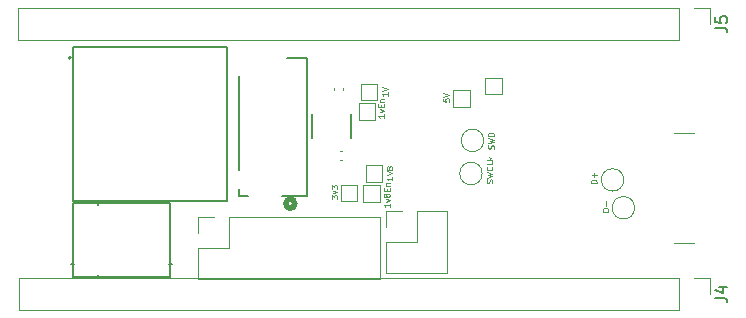
<source format=gbr>
%TF.GenerationSoftware,KiCad,Pcbnew,8.0.6*%
%TF.CreationDate,2024-12-01T18:19:07-08:00*%
%TF.ProjectId,SYNC-VT,53594e43-2d56-4542-9e6b-696361645f70,rev?*%
%TF.SameCoordinates,Original*%
%TF.FileFunction,Legend,Top*%
%TF.FilePolarity,Positive*%
%FSLAX46Y46*%
G04 Gerber Fmt 4.6, Leading zero omitted, Abs format (unit mm)*
G04 Created by KiCad (PCBNEW 8.0.6) date 2024-12-01 18:19:07*
%MOMM*%
%LPD*%
G01*
G04 APERTURE LIST*
%ADD10C,0.100000*%
%ADD11C,0.150000*%
%ADD12C,0.120000*%
%ADD13C,0.127000*%
%ADD14C,0.200000*%
%ADD15C,0.152400*%
%ADD16C,0.508000*%
G04 APERTURE END LIST*
D10*
X119883609Y-45563258D02*
X119883609Y-45848972D01*
X119883609Y-45706115D02*
X119383609Y-45706115D01*
X119383609Y-45706115D02*
X119455038Y-45753734D01*
X119455038Y-45753734D02*
X119502657Y-45801353D01*
X119502657Y-45801353D02*
X119526466Y-45848972D01*
X119550276Y-45396592D02*
X119883609Y-45277544D01*
X119883609Y-45277544D02*
X119550276Y-45158497D01*
X119621704Y-44968021D02*
X119621704Y-44801354D01*
X119883609Y-44729926D02*
X119883609Y-44968021D01*
X119883609Y-44968021D02*
X119383609Y-44968021D01*
X119383609Y-44968021D02*
X119383609Y-44729926D01*
X119550276Y-44515640D02*
X119883609Y-44515640D01*
X119597895Y-44515640D02*
X119574085Y-44491830D01*
X119574085Y-44491830D02*
X119550276Y-44444211D01*
X119550276Y-44444211D02*
X119550276Y-44372783D01*
X119550276Y-44372783D02*
X119574085Y-44325164D01*
X119574085Y-44325164D02*
X119621704Y-44301354D01*
X119621704Y-44301354D02*
X119883609Y-44301354D01*
X137893609Y-51415163D02*
X137393609Y-51415163D01*
X137393609Y-51415163D02*
X137393609Y-51296115D01*
X137393609Y-51296115D02*
X137417419Y-51224687D01*
X137417419Y-51224687D02*
X137465038Y-51177068D01*
X137465038Y-51177068D02*
X137512657Y-51153258D01*
X137512657Y-51153258D02*
X137607895Y-51129449D01*
X137607895Y-51129449D02*
X137679323Y-51129449D01*
X137679323Y-51129449D02*
X137774561Y-51153258D01*
X137774561Y-51153258D02*
X137822180Y-51177068D01*
X137822180Y-51177068D02*
X137869800Y-51224687D01*
X137869800Y-51224687D02*
X137893609Y-51296115D01*
X137893609Y-51296115D02*
X137893609Y-51415163D01*
X137703133Y-50915163D02*
X137703133Y-50534211D01*
X137893609Y-50724687D02*
X137512657Y-50724687D01*
X124903609Y-44247068D02*
X124903609Y-44485163D01*
X124903609Y-44485163D02*
X125141704Y-44508972D01*
X125141704Y-44508972D02*
X125117895Y-44485163D01*
X125117895Y-44485163D02*
X125094085Y-44437544D01*
X125094085Y-44437544D02*
X125094085Y-44318496D01*
X125094085Y-44318496D02*
X125117895Y-44270877D01*
X125117895Y-44270877D02*
X125141704Y-44247068D01*
X125141704Y-44247068D02*
X125189323Y-44223258D01*
X125189323Y-44223258D02*
X125308371Y-44223258D01*
X125308371Y-44223258D02*
X125355990Y-44247068D01*
X125355990Y-44247068D02*
X125379800Y-44270877D01*
X125379800Y-44270877D02*
X125403609Y-44318496D01*
X125403609Y-44318496D02*
X125403609Y-44437544D01*
X125403609Y-44437544D02*
X125379800Y-44485163D01*
X125379800Y-44485163D02*
X125355990Y-44508972D01*
X124903609Y-44080401D02*
X125403609Y-43913735D01*
X125403609Y-43913735D02*
X124903609Y-43747068D01*
X120603609Y-50893258D02*
X120603609Y-51178972D01*
X120603609Y-51036115D02*
X120103609Y-51036115D01*
X120103609Y-51036115D02*
X120175038Y-51083734D01*
X120175038Y-51083734D02*
X120222657Y-51131353D01*
X120222657Y-51131353D02*
X120246466Y-51178972D01*
X120103609Y-50750401D02*
X120603609Y-50583735D01*
X120603609Y-50583735D02*
X120103609Y-50417068D01*
X120317895Y-50178973D02*
X120294085Y-50226592D01*
X120294085Y-50226592D02*
X120270276Y-50250402D01*
X120270276Y-50250402D02*
X120222657Y-50274211D01*
X120222657Y-50274211D02*
X120198847Y-50274211D01*
X120198847Y-50274211D02*
X120151228Y-50250402D01*
X120151228Y-50250402D02*
X120127419Y-50226592D01*
X120127419Y-50226592D02*
X120103609Y-50178973D01*
X120103609Y-50178973D02*
X120103609Y-50083735D01*
X120103609Y-50083735D02*
X120127419Y-50036116D01*
X120127419Y-50036116D02*
X120151228Y-50012307D01*
X120151228Y-50012307D02*
X120198847Y-49988497D01*
X120198847Y-49988497D02*
X120222657Y-49988497D01*
X120222657Y-49988497D02*
X120270276Y-50012307D01*
X120270276Y-50012307D02*
X120294085Y-50036116D01*
X120294085Y-50036116D02*
X120317895Y-50083735D01*
X120317895Y-50083735D02*
X120317895Y-50178973D01*
X120317895Y-50178973D02*
X120341704Y-50226592D01*
X120341704Y-50226592D02*
X120365514Y-50250402D01*
X120365514Y-50250402D02*
X120413133Y-50274211D01*
X120413133Y-50274211D02*
X120508371Y-50274211D01*
X120508371Y-50274211D02*
X120555990Y-50250402D01*
X120555990Y-50250402D02*
X120579800Y-50226592D01*
X120579800Y-50226592D02*
X120603609Y-50178973D01*
X120603609Y-50178973D02*
X120603609Y-50083735D01*
X120603609Y-50083735D02*
X120579800Y-50036116D01*
X120579800Y-50036116D02*
X120555990Y-50012307D01*
X120555990Y-50012307D02*
X120508371Y-49988497D01*
X120508371Y-49988497D02*
X120413133Y-49988497D01*
X120413133Y-49988497D02*
X120365514Y-50012307D01*
X120365514Y-50012307D02*
X120341704Y-50036116D01*
X120341704Y-50036116D02*
X120317895Y-50083735D01*
X115443609Y-52752782D02*
X115443609Y-52443258D01*
X115443609Y-52443258D02*
X115634085Y-52609925D01*
X115634085Y-52609925D02*
X115634085Y-52538496D01*
X115634085Y-52538496D02*
X115657895Y-52490877D01*
X115657895Y-52490877D02*
X115681704Y-52467068D01*
X115681704Y-52467068D02*
X115729323Y-52443258D01*
X115729323Y-52443258D02*
X115848371Y-52443258D01*
X115848371Y-52443258D02*
X115895990Y-52467068D01*
X115895990Y-52467068D02*
X115919800Y-52490877D01*
X115919800Y-52490877D02*
X115943609Y-52538496D01*
X115943609Y-52538496D02*
X115943609Y-52681353D01*
X115943609Y-52681353D02*
X115919800Y-52728972D01*
X115919800Y-52728972D02*
X115895990Y-52752782D01*
X115610276Y-52276592D02*
X115943609Y-52157544D01*
X115943609Y-52157544D02*
X115610276Y-52038497D01*
X115443609Y-51895640D02*
X115443609Y-51586116D01*
X115443609Y-51586116D02*
X115634085Y-51752783D01*
X115634085Y-51752783D02*
X115634085Y-51681354D01*
X115634085Y-51681354D02*
X115657895Y-51633735D01*
X115657895Y-51633735D02*
X115681704Y-51609926D01*
X115681704Y-51609926D02*
X115729323Y-51586116D01*
X115729323Y-51586116D02*
X115848371Y-51586116D01*
X115848371Y-51586116D02*
X115895990Y-51609926D01*
X115895990Y-51609926D02*
X115919800Y-51633735D01*
X115919800Y-51633735D02*
X115943609Y-51681354D01*
X115943609Y-51681354D02*
X115943609Y-51824211D01*
X115943609Y-51824211D02*
X115919800Y-51871830D01*
X115919800Y-51871830D02*
X115895990Y-51895640D01*
X120193609Y-43723258D02*
X120193609Y-44008972D01*
X120193609Y-43866115D02*
X119693609Y-43866115D01*
X119693609Y-43866115D02*
X119765038Y-43913734D01*
X119765038Y-43913734D02*
X119812657Y-43961353D01*
X119812657Y-43961353D02*
X119836466Y-44008972D01*
X119693609Y-43580401D02*
X120193609Y-43413735D01*
X120193609Y-43413735D02*
X119693609Y-43247068D01*
X120363609Y-53143258D02*
X120363609Y-53428972D01*
X120363609Y-53286115D02*
X119863609Y-53286115D01*
X119863609Y-53286115D02*
X119935038Y-53333734D01*
X119935038Y-53333734D02*
X119982657Y-53381353D01*
X119982657Y-53381353D02*
X120006466Y-53428972D01*
X120030276Y-52976592D02*
X120363609Y-52857544D01*
X120363609Y-52857544D02*
X120030276Y-52738497D01*
X120077895Y-52476592D02*
X120054085Y-52524211D01*
X120054085Y-52524211D02*
X120030276Y-52548021D01*
X120030276Y-52548021D02*
X119982657Y-52571830D01*
X119982657Y-52571830D02*
X119958847Y-52571830D01*
X119958847Y-52571830D02*
X119911228Y-52548021D01*
X119911228Y-52548021D02*
X119887419Y-52524211D01*
X119887419Y-52524211D02*
X119863609Y-52476592D01*
X119863609Y-52476592D02*
X119863609Y-52381354D01*
X119863609Y-52381354D02*
X119887419Y-52333735D01*
X119887419Y-52333735D02*
X119911228Y-52309926D01*
X119911228Y-52309926D02*
X119958847Y-52286116D01*
X119958847Y-52286116D02*
X119982657Y-52286116D01*
X119982657Y-52286116D02*
X120030276Y-52309926D01*
X120030276Y-52309926D02*
X120054085Y-52333735D01*
X120054085Y-52333735D02*
X120077895Y-52381354D01*
X120077895Y-52381354D02*
X120077895Y-52476592D01*
X120077895Y-52476592D02*
X120101704Y-52524211D01*
X120101704Y-52524211D02*
X120125514Y-52548021D01*
X120125514Y-52548021D02*
X120173133Y-52571830D01*
X120173133Y-52571830D02*
X120268371Y-52571830D01*
X120268371Y-52571830D02*
X120315990Y-52548021D01*
X120315990Y-52548021D02*
X120339800Y-52524211D01*
X120339800Y-52524211D02*
X120363609Y-52476592D01*
X120363609Y-52476592D02*
X120363609Y-52381354D01*
X120363609Y-52381354D02*
X120339800Y-52333735D01*
X120339800Y-52333735D02*
X120315990Y-52309926D01*
X120315990Y-52309926D02*
X120268371Y-52286116D01*
X120268371Y-52286116D02*
X120173133Y-52286116D01*
X120173133Y-52286116D02*
X120125514Y-52309926D01*
X120125514Y-52309926D02*
X120101704Y-52333735D01*
X120101704Y-52333735D02*
X120077895Y-52381354D01*
X120101704Y-52071831D02*
X120101704Y-51905164D01*
X120363609Y-51833736D02*
X120363609Y-52071831D01*
X120363609Y-52071831D02*
X119863609Y-52071831D01*
X119863609Y-52071831D02*
X119863609Y-51833736D01*
X120030276Y-51619450D02*
X120363609Y-51619450D01*
X120077895Y-51619450D02*
X120054085Y-51595640D01*
X120054085Y-51595640D02*
X120030276Y-51548021D01*
X120030276Y-51548021D02*
X120030276Y-51476593D01*
X120030276Y-51476593D02*
X120054085Y-51428974D01*
X120054085Y-51428974D02*
X120101704Y-51405164D01*
X120101704Y-51405164D02*
X120363609Y-51405164D01*
X138893609Y-53805163D02*
X138393609Y-53805163D01*
X138393609Y-53805163D02*
X138393609Y-53686115D01*
X138393609Y-53686115D02*
X138417419Y-53614687D01*
X138417419Y-53614687D02*
X138465038Y-53567068D01*
X138465038Y-53567068D02*
X138512657Y-53543258D01*
X138512657Y-53543258D02*
X138607895Y-53519449D01*
X138607895Y-53519449D02*
X138679323Y-53519449D01*
X138679323Y-53519449D02*
X138774561Y-53543258D01*
X138774561Y-53543258D02*
X138822180Y-53567068D01*
X138822180Y-53567068D02*
X138869800Y-53614687D01*
X138869800Y-53614687D02*
X138893609Y-53686115D01*
X138893609Y-53686115D02*
X138893609Y-53805163D01*
X138703133Y-53305163D02*
X138703133Y-52924211D01*
X129179800Y-48488972D02*
X129203609Y-48417544D01*
X129203609Y-48417544D02*
X129203609Y-48298496D01*
X129203609Y-48298496D02*
X129179800Y-48250877D01*
X129179800Y-48250877D02*
X129155990Y-48227068D01*
X129155990Y-48227068D02*
X129108371Y-48203258D01*
X129108371Y-48203258D02*
X129060752Y-48203258D01*
X129060752Y-48203258D02*
X129013133Y-48227068D01*
X129013133Y-48227068D02*
X128989323Y-48250877D01*
X128989323Y-48250877D02*
X128965514Y-48298496D01*
X128965514Y-48298496D02*
X128941704Y-48393734D01*
X128941704Y-48393734D02*
X128917895Y-48441353D01*
X128917895Y-48441353D02*
X128894085Y-48465163D01*
X128894085Y-48465163D02*
X128846466Y-48488972D01*
X128846466Y-48488972D02*
X128798847Y-48488972D01*
X128798847Y-48488972D02*
X128751228Y-48465163D01*
X128751228Y-48465163D02*
X128727419Y-48441353D01*
X128727419Y-48441353D02*
X128703609Y-48393734D01*
X128703609Y-48393734D02*
X128703609Y-48274687D01*
X128703609Y-48274687D02*
X128727419Y-48203258D01*
X128703609Y-48036592D02*
X129203609Y-47917544D01*
X129203609Y-47917544D02*
X128846466Y-47822306D01*
X128846466Y-47822306D02*
X129203609Y-47727068D01*
X129203609Y-47727068D02*
X128703609Y-47608021D01*
X129203609Y-47417544D02*
X128703609Y-47417544D01*
X128703609Y-47417544D02*
X128703609Y-47298496D01*
X128703609Y-47298496D02*
X128727419Y-47227068D01*
X128727419Y-47227068D02*
X128775038Y-47179449D01*
X128775038Y-47179449D02*
X128822657Y-47155639D01*
X128822657Y-47155639D02*
X128917895Y-47131830D01*
X128917895Y-47131830D02*
X128989323Y-47131830D01*
X128989323Y-47131830D02*
X129084561Y-47155639D01*
X129084561Y-47155639D02*
X129132180Y-47179449D01*
X129132180Y-47179449D02*
X129179800Y-47227068D01*
X129179800Y-47227068D02*
X129203609Y-47298496D01*
X129203609Y-47298496D02*
X129203609Y-47417544D01*
X129049800Y-51378972D02*
X129073609Y-51307544D01*
X129073609Y-51307544D02*
X129073609Y-51188496D01*
X129073609Y-51188496D02*
X129049800Y-51140877D01*
X129049800Y-51140877D02*
X129025990Y-51117068D01*
X129025990Y-51117068D02*
X128978371Y-51093258D01*
X128978371Y-51093258D02*
X128930752Y-51093258D01*
X128930752Y-51093258D02*
X128883133Y-51117068D01*
X128883133Y-51117068D02*
X128859323Y-51140877D01*
X128859323Y-51140877D02*
X128835514Y-51188496D01*
X128835514Y-51188496D02*
X128811704Y-51283734D01*
X128811704Y-51283734D02*
X128787895Y-51331353D01*
X128787895Y-51331353D02*
X128764085Y-51355163D01*
X128764085Y-51355163D02*
X128716466Y-51378972D01*
X128716466Y-51378972D02*
X128668847Y-51378972D01*
X128668847Y-51378972D02*
X128621228Y-51355163D01*
X128621228Y-51355163D02*
X128597419Y-51331353D01*
X128597419Y-51331353D02*
X128573609Y-51283734D01*
X128573609Y-51283734D02*
X128573609Y-51164687D01*
X128573609Y-51164687D02*
X128597419Y-51093258D01*
X128573609Y-50926592D02*
X129073609Y-50807544D01*
X129073609Y-50807544D02*
X128716466Y-50712306D01*
X128716466Y-50712306D02*
X129073609Y-50617068D01*
X129073609Y-50617068D02*
X128573609Y-50498021D01*
X129025990Y-50021830D02*
X129049800Y-50045639D01*
X129049800Y-50045639D02*
X129073609Y-50117068D01*
X129073609Y-50117068D02*
X129073609Y-50164687D01*
X129073609Y-50164687D02*
X129049800Y-50236115D01*
X129049800Y-50236115D02*
X129002180Y-50283734D01*
X129002180Y-50283734D02*
X128954561Y-50307544D01*
X128954561Y-50307544D02*
X128859323Y-50331353D01*
X128859323Y-50331353D02*
X128787895Y-50331353D01*
X128787895Y-50331353D02*
X128692657Y-50307544D01*
X128692657Y-50307544D02*
X128645038Y-50283734D01*
X128645038Y-50283734D02*
X128597419Y-50236115D01*
X128597419Y-50236115D02*
X128573609Y-50164687D01*
X128573609Y-50164687D02*
X128573609Y-50117068D01*
X128573609Y-50117068D02*
X128597419Y-50045639D01*
X128597419Y-50045639D02*
X128621228Y-50021830D01*
X129073609Y-49569449D02*
X129073609Y-49807544D01*
X129073609Y-49807544D02*
X128573609Y-49807544D01*
X129073609Y-49402782D02*
X128573609Y-49402782D01*
X128883133Y-49355163D02*
X129073609Y-49212306D01*
X128740276Y-49212306D02*
X128930752Y-49402782D01*
D11*
X147934819Y-38253333D02*
X148649104Y-38253333D01*
X148649104Y-38253333D02*
X148791961Y-38300952D01*
X148791961Y-38300952D02*
X148887200Y-38396190D01*
X148887200Y-38396190D02*
X148934819Y-38539047D01*
X148934819Y-38539047D02*
X148934819Y-38634285D01*
X147934819Y-37300952D02*
X147934819Y-37777142D01*
X147934819Y-37777142D02*
X148411009Y-37824761D01*
X148411009Y-37824761D02*
X148363390Y-37777142D01*
X148363390Y-37777142D02*
X148315771Y-37681904D01*
X148315771Y-37681904D02*
X148315771Y-37443809D01*
X148315771Y-37443809D02*
X148363390Y-37348571D01*
X148363390Y-37348571D02*
X148411009Y-37300952D01*
X148411009Y-37300952D02*
X148506247Y-37253333D01*
X148506247Y-37253333D02*
X148744342Y-37253333D01*
X148744342Y-37253333D02*
X148839580Y-37300952D01*
X148839580Y-37300952D02*
X148887200Y-37348571D01*
X148887200Y-37348571D02*
X148934819Y-37443809D01*
X148934819Y-37443809D02*
X148934819Y-37681904D01*
X148934819Y-37681904D02*
X148887200Y-37777142D01*
X148887200Y-37777142D02*
X148839580Y-37824761D01*
X147944819Y-61123333D02*
X148659104Y-61123333D01*
X148659104Y-61123333D02*
X148801961Y-61170952D01*
X148801961Y-61170952D02*
X148897200Y-61266190D01*
X148897200Y-61266190D02*
X148944819Y-61409047D01*
X148944819Y-61409047D02*
X148944819Y-61504285D01*
X148278152Y-60218571D02*
X148944819Y-60218571D01*
X147897200Y-60456666D02*
X148611485Y-60694761D01*
X148611485Y-60694761D02*
X148611485Y-60075714D01*
D12*
%TO.C,J5*%
X88940000Y-36590000D02*
X88940000Y-39250000D01*
X144880000Y-36590000D02*
X88940000Y-36590000D01*
X144880000Y-36590000D02*
X144880000Y-39250000D01*
X144880000Y-39250000D02*
X88940000Y-39250000D01*
X146150000Y-36590000D02*
X147480000Y-36590000D01*
X147480000Y-36590000D02*
X147480000Y-37920000D01*
%TO.C,R9*%
X115690002Y-43545136D02*
X115690002Y-43329464D01*
X116410002Y-43545136D02*
X116410002Y-43329464D01*
%TO.C,J6*%
X120040000Y-53800000D02*
X121370000Y-53800000D01*
X120040000Y-55130000D02*
X120040000Y-53800000D01*
X120040000Y-56400000D02*
X122640000Y-56400000D01*
X120040000Y-59000000D02*
X120040000Y-56400000D01*
X120040000Y-59000000D02*
X125240000Y-59000000D01*
X122640000Y-53800000D02*
X125240000Y-53800000D01*
X122640000Y-56400000D02*
X122640000Y-53800000D01*
X125240000Y-59000000D02*
X125240000Y-53800000D01*
%TO.C,TP9*%
X128330000Y-47790000D02*
G75*
G02*
X126430000Y-47790000I-950000J0D01*
G01*
X126430000Y-47790000D02*
G75*
G02*
X128330000Y-47790000I950000J0D01*
G01*
%TO.C,TP4*%
X118340000Y-49910000D02*
X119740000Y-49910000D01*
X118340000Y-51310000D02*
X118340000Y-49910000D01*
X119740000Y-49910000D02*
X119740000Y-51310000D01*
X119740000Y-51310000D02*
X118340000Y-51310000D01*
%TO.C,J4*%
X88950000Y-59460000D02*
X88950000Y-62120000D01*
X144890000Y-59460000D02*
X88950000Y-59460000D01*
X144890000Y-59460000D02*
X144890000Y-62120000D01*
X144890000Y-62120000D02*
X88950000Y-62120000D01*
X146160000Y-59460000D02*
X147490000Y-59460000D01*
X147490000Y-59460000D02*
X147490000Y-60790000D01*
D13*
%TO.C,U3*%
X93590000Y-39890000D02*
X106590000Y-39890000D01*
X93590000Y-52890000D02*
X93590000Y-39890000D01*
X106590000Y-39890000D02*
X106590000Y-52890000D01*
X106590000Y-52890000D02*
X93590000Y-52890000D01*
D14*
X93371000Y-40790000D02*
G75*
G02*
X93171000Y-40790000I-100000J0D01*
G01*
X93171000Y-40790000D02*
G75*
G02*
X93371000Y-40790000I100000J0D01*
G01*
D12*
%TO.C,R7*%
X116337838Y-48707300D02*
X116122166Y-48707300D01*
X116337838Y-49427300D02*
X116122166Y-49427300D01*
%TO.C,TP11*%
X128450000Y-42470000D02*
X129850000Y-42470000D01*
X128450000Y-43870000D02*
X128450000Y-42470000D01*
X129850000Y-42470000D02*
X129850000Y-43870000D01*
X129850000Y-43870000D02*
X128450000Y-43870000D01*
%TO.C,TP5*%
X117900000Y-42970000D02*
X119300000Y-42970000D01*
X117900000Y-44370000D02*
X117900000Y-42970000D01*
X119300000Y-42970000D02*
X119300000Y-44370000D01*
X119300000Y-44370000D02*
X117900000Y-44370000D01*
%TO.C,TP7*%
X141108750Y-53490000D02*
G75*
G02*
X139208750Y-53490000I-950000J0D01*
G01*
X139208750Y-53490000D02*
G75*
G02*
X141108750Y-53490000I950000J0D01*
G01*
%TO.C,TP2*%
X117740000Y-44650000D02*
X119140000Y-44650000D01*
X117740000Y-46050000D02*
X117740000Y-44650000D01*
X119140000Y-44650000D02*
X119140000Y-46050000D01*
X119140000Y-46050000D02*
X117740000Y-46050000D01*
D15*
%TO.C,U6*%
X107637101Y-50331860D02*
X107637101Y-42304229D01*
X107637101Y-52509300D02*
X107637101Y-51937140D01*
X108333554Y-52509300D02*
X107637101Y-52509300D01*
X111698633Y-40850700D02*
X113402900Y-40850700D01*
X113402900Y-40850700D02*
X113402900Y-52509300D01*
X113402900Y-52509300D02*
X111258635Y-52509300D01*
D16*
X112334900Y-53144300D02*
G75*
G02*
X111572900Y-53144300I-381000J0D01*
G01*
X111572900Y-53144300D02*
G75*
G02*
X112334900Y-53144300I381000J0D01*
G01*
D12*
%TO.C,TP1*%
X118120000Y-51560000D02*
X119520000Y-51560000D01*
X118120000Y-52960000D02*
X118120000Y-51560000D01*
X119520000Y-51560000D02*
X119520000Y-52960000D01*
X119520000Y-52960000D02*
X118120000Y-52960000D01*
%TO.C,TP6*%
X140188750Y-51130000D02*
G75*
G02*
X138288750Y-51130000I-950000J0D01*
G01*
X138288750Y-51130000D02*
G75*
G02*
X140188750Y-51130000I950000J0D01*
G01*
%TO.C,USB_C_ESP1*%
X146168750Y-47130000D02*
X144468750Y-47130000D01*
X146168750Y-56470000D02*
X144468750Y-56470000D01*
%TO.C,TP3*%
X116210000Y-51520000D02*
X117610000Y-51520000D01*
X116210000Y-52920000D02*
X116210000Y-51520000D01*
X117610000Y-51520000D02*
X117610000Y-52920000D01*
X117610000Y-52920000D02*
X116210000Y-52920000D01*
%TO.C,TP8*%
X128200000Y-50590000D02*
G75*
G02*
X126300000Y-50590000I-950000J0D01*
G01*
X126300000Y-50590000D02*
G75*
G02*
X128200000Y-50590000I950000J0D01*
G01*
D15*
%TO.C,U7*%
X93552500Y-53095800D02*
X93552500Y-59344200D01*
X93552500Y-59344200D02*
X101807500Y-59344200D01*
X93679500Y-58219996D02*
X93425500Y-58219996D01*
X95680004Y-53222800D02*
X95680004Y-52968800D01*
X95680004Y-59217200D02*
X95680004Y-59471200D01*
X101680500Y-58219996D02*
X101934500Y-58219996D01*
X101807500Y-53095800D02*
X93552500Y-53095800D01*
X101807500Y-59344200D02*
X101807500Y-53095800D01*
D12*
%TO.C,TP10*%
X125740000Y-43560000D02*
X127140000Y-43560000D01*
X125740000Y-44960000D02*
X125740000Y-43560000D01*
X127140000Y-43560000D02*
X127140000Y-44960000D01*
X127140000Y-44960000D02*
X125740000Y-44960000D01*
D15*
%TO.C,U4*%
X113799001Y-45550350D02*
X113799001Y-47556950D01*
X117101001Y-47556950D02*
X117101001Y-45550350D01*
D12*
%TO.C,J3*%
X104170000Y-54310000D02*
X105500000Y-54310000D01*
X104170000Y-55640000D02*
X104170000Y-54310000D01*
X104170000Y-56910000D02*
X106770000Y-56910000D01*
X104170000Y-59510000D02*
X104170000Y-56910000D01*
X104170000Y-59510000D02*
X119530000Y-59510000D01*
X106770000Y-54310000D02*
X119530000Y-54310000D01*
X106770000Y-56910000D02*
X106770000Y-54310000D01*
X119530000Y-59510000D02*
X119530000Y-54310000D01*
%TD*%
M02*

</source>
